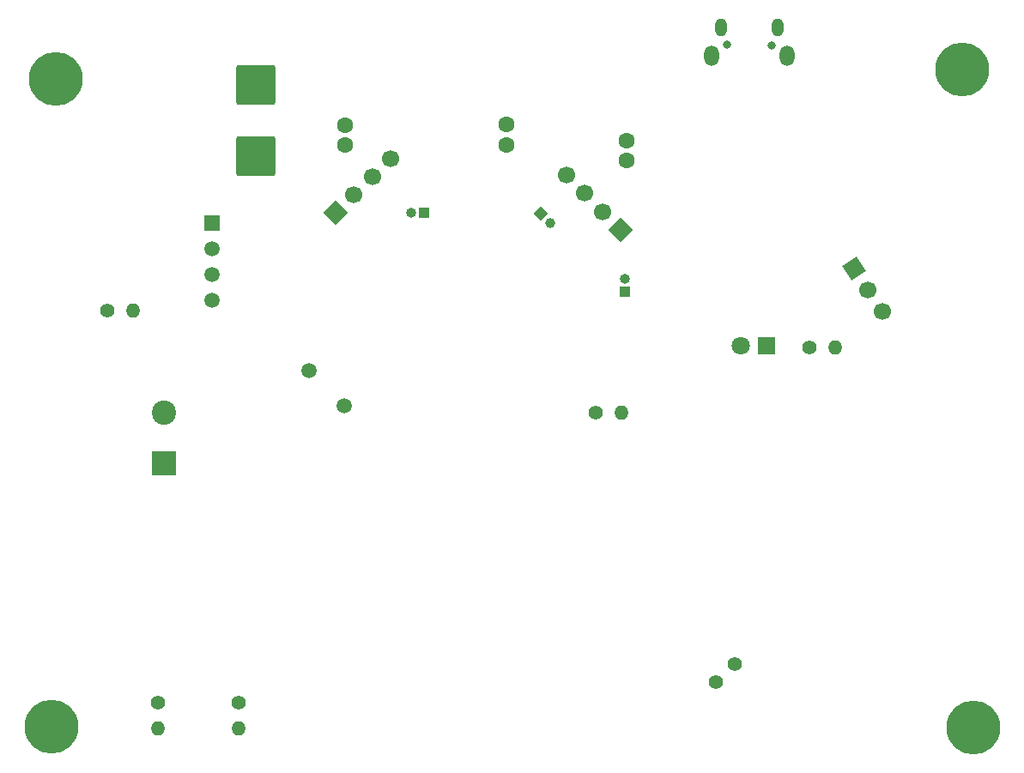
<source format=gbs>
%TF.GenerationSoftware,KiCad,Pcbnew,7.0.7*%
%TF.CreationDate,2023-10-20T22:51:04+03:00*%
%TF.ProjectId,picoballoon,7069636f-6261-46c6-9c6f-6f6e2e6b6963,rev?*%
%TF.SameCoordinates,Original*%
%TF.FileFunction,Soldermask,Bot*%
%TF.FilePolarity,Negative*%
%FSLAX46Y46*%
G04 Gerber Fmt 4.6, Leading zero omitted, Abs format (unit mm)*
G04 Created by KiCad (PCBNEW 7.0.7) date 2023-10-20 22:51:04*
%MOMM*%
%LPD*%
G01*
G04 APERTURE LIST*
G04 Aperture macros list*
%AMRoundRect*
0 Rectangle with rounded corners*
0 $1 Rounding radius*
0 $2 $3 $4 $5 $6 $7 $8 $9 X,Y pos of 4 corners*
0 Add a 4 corners polygon primitive as box body*
4,1,4,$2,$3,$4,$5,$6,$7,$8,$9,$2,$3,0*
0 Add four circle primitives for the rounded corners*
1,1,$1+$1,$2,$3*
1,1,$1+$1,$4,$5*
1,1,$1+$1,$6,$7*
1,1,$1+$1,$8,$9*
0 Add four rect primitives between the rounded corners*
20,1,$1+$1,$2,$3,$4,$5,0*
20,1,$1+$1,$4,$5,$6,$7,0*
20,1,$1+$1,$6,$7,$8,$9,0*
20,1,$1+$1,$8,$9,$2,$3,0*%
%AMHorizOval*
0 Thick line with rounded ends*
0 $1 width*
0 $2 $3 position (X,Y) of the first rounded end (center of the circle)*
0 $4 $5 position (X,Y) of the second rounded end (center of the circle)*
0 Add line between two ends*
20,1,$1,$2,$3,$4,$5,0*
0 Add two circle primitives to create the rounded ends*
1,1,$1,$2,$3*
1,1,$1,$4,$5*%
%AMRotRect*
0 Rectangle, with rotation*
0 The origin of the aperture is its center*
0 $1 length*
0 $2 width*
0 $3 Rotation angle, in degrees counterclockwise*
0 Add horizontal line*
21,1,$1,$2,0,0,$3*%
G04 Aperture macros list end*
%ADD10RoundRect,0.250002X-1.699998X-1.699998X1.699998X-1.699998X1.699998X1.699998X-1.699998X1.699998X0*%
%ADD11C,1.600000*%
%ADD12C,1.400000*%
%ADD13O,1.400000X1.400000*%
%ADD14R,1.000000X1.000000*%
%ADD15O,1.000000X1.000000*%
%ADD16RotRect,1.700000X1.700000X34.000000*%
%ADD17HorizOval,1.700000X0.000000X0.000000X0.000000X0.000000X0*%
%ADD18RotRect,1.700000X1.700000X225.000000*%
%ADD19HorizOval,1.700000X0.000000X0.000000X0.000000X0.000000X0*%
%ADD20O,0.800000X0.800000*%
%ADD21O,1.450000X2.000000*%
%ADD22O,1.150000X1.800000*%
%ADD23R,1.800000X1.800000*%
%ADD24C,1.800000*%
%ADD25RotRect,1.700000X1.700000X135.000000*%
%ADD26HorizOval,1.700000X0.000000X0.000000X0.000000X0.000000X0*%
%ADD27R,2.400000X2.400000*%
%ADD28C,2.400000*%
%ADD29C,5.300000*%
%ADD30HorizOval,1.400000X0.000000X0.000000X0.000000X0.000000X0*%
%ADD31C,1.500000*%
%ADD32RotRect,1.000000X1.000000X45.000000*%
%ADD33HorizOval,1.000000X0.000000X0.000000X0.000000X0.000000X0*%
%ADD34R,1.500000X1.500000*%
G04 APERTURE END LIST*
D10*
%TO.C,J1*%
X122428000Y-51435000D03*
%TD*%
D11*
%TO.C,C14*%
X159004000Y-56912000D03*
X159004000Y-58912000D03*
%TD*%
D12*
%TO.C,R19*%
X155930600Y-83743800D03*
D13*
X158470600Y-83743800D03*
%TD*%
D14*
%TO.C,SWD1*%
X158851600Y-71820800D03*
D15*
X158851600Y-70550800D03*
%TD*%
D16*
%TO.C,MISC3*%
X181383450Y-69522245D03*
D17*
X182803800Y-71628000D03*
X184224150Y-73733756D03*
%TD*%
D12*
%TO.C,R2*%
X112750600Y-112343400D03*
D13*
X112750600Y-114883400D03*
%TD*%
D18*
%TO.C,MISC2*%
X158419800Y-65709800D03*
D19*
X156623749Y-63913749D03*
X154827698Y-62117698D03*
X153031646Y-60321646D03*
%TD*%
D10*
%TO.C,J2*%
X122428000Y-58420000D03*
%TD*%
D20*
%TO.C,J3*%
X173309200Y-47516400D03*
X168915000Y-47440200D03*
D21*
X174799000Y-48553600D03*
D22*
X173908000Y-45753600D03*
X168258000Y-45753600D03*
D21*
X167349000Y-48553600D03*
%TD*%
D23*
%TO.C,D5*%
X172807000Y-77190600D03*
D24*
X170267000Y-77190600D03*
%TD*%
D12*
%TO.C,R3*%
X120675400Y-112343400D03*
D13*
X120675400Y-114883400D03*
%TD*%
D25*
%TO.C,MISC1*%
X130307394Y-64078806D03*
D26*
X132103445Y-62282755D03*
X133899496Y-60486704D03*
X135695548Y-58690652D03*
%TD*%
D27*
%TO.C,C9*%
X113360200Y-88773000D03*
D28*
X113360200Y-83773000D03*
%TD*%
D29*
%TO.C,H2*%
X192049400Y-49885600D03*
%TD*%
D12*
%TO.C,R23*%
X107746000Y-73660000D03*
D13*
X110286000Y-73660000D03*
%TD*%
D29*
%TO.C,H3*%
X102717600Y-50825400D03*
%TD*%
D12*
%TO.C,R21*%
X167818730Y-110336671D03*
D30*
X169614781Y-108540620D03*
%TD*%
D12*
%TO.C,R11*%
X176992200Y-77343000D03*
D13*
X179532200Y-77343000D03*
%TD*%
D14*
%TO.C,UART2*%
X139003800Y-64033400D03*
D15*
X137733800Y-64033400D03*
%TD*%
D29*
%TO.C,H1*%
X102235000Y-114731800D03*
%TD*%
%TO.C,H4*%
X193167000Y-114858800D03*
%TD*%
D31*
%TO.C,Y1*%
X127680589Y-79649189D03*
X131131270Y-83099870D03*
%TD*%
D32*
%TO.C,UART1*%
X150543381Y-64132581D03*
D33*
X151441407Y-65030607D03*
%TD*%
D11*
%TO.C,C13*%
X147167600Y-55346600D03*
X147167600Y-57346600D03*
%TD*%
%TO.C,C3*%
X131191000Y-55388000D03*
X131191000Y-57388000D03*
%TD*%
D34*
%TO.C,U3*%
X118063300Y-65045300D03*
D31*
X118063300Y-67585300D03*
X118063300Y-70125300D03*
X118063300Y-72665300D03*
%TD*%
M02*

</source>
